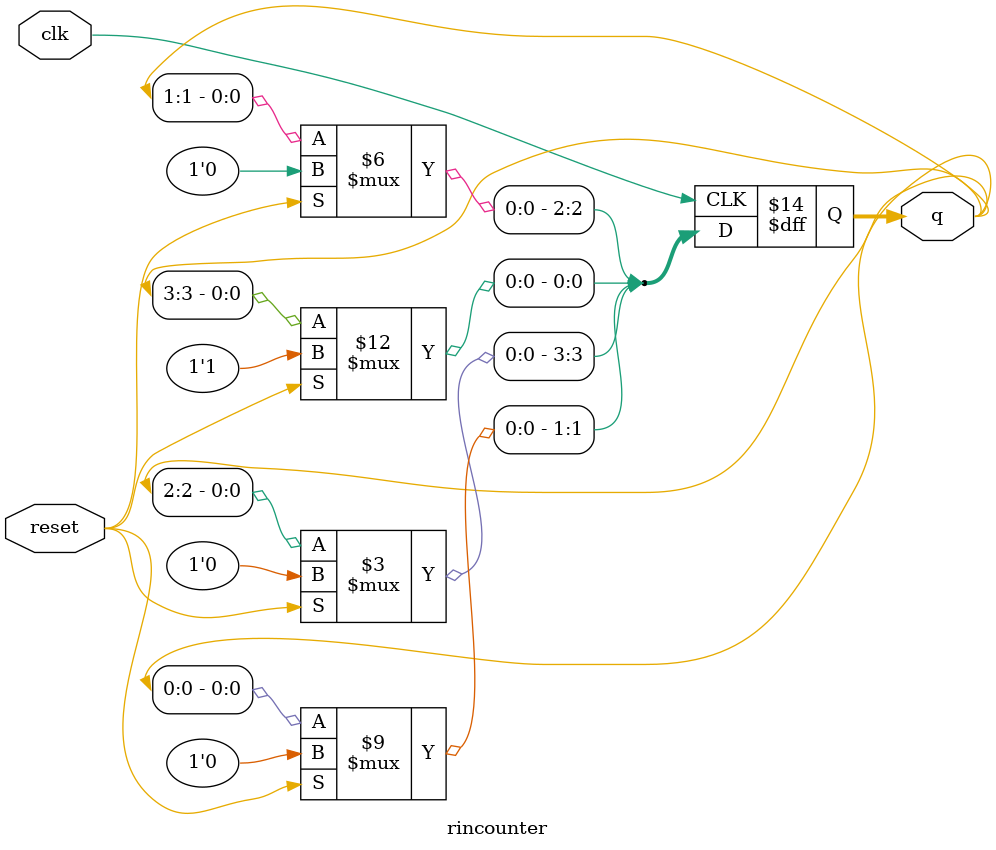
<source format=v>
`timescale 1ns / 1ps
module rincounter(
    input clk,
    input reset,
    output reg [3:0] q
    );
	 always @(posedge clk)
	 begin
	 if(reset)
	 q=1;
	 else
	 begin
	 q[0]<=q[3];
	 q[1]<=q[0];
	 q[2]<=q[1];
	 q[3]<=q[2];
	 end
	 
	 end


endmodule

</source>
